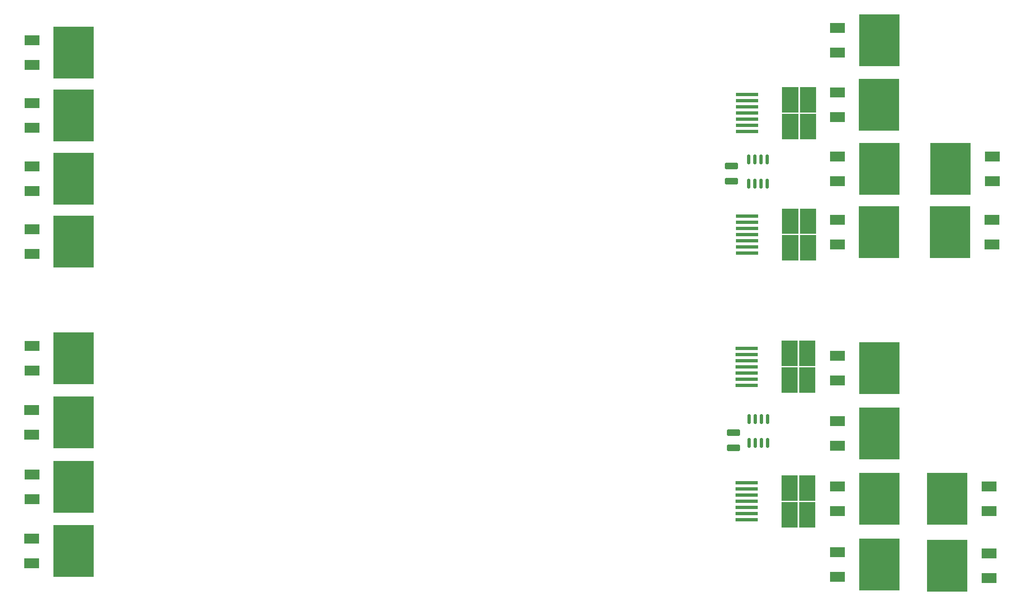
<source format=gbr>
%TF.GenerationSoftware,KiCad,Pcbnew,8.0.8-8.0.8-0~ubuntu22.04.1*%
%TF.CreationDate,2025-02-20T20:21:32-08:00*%
%TF.ProjectId,InverterBoostConverter,496e7665-7274-4657-9242-6f6f7374436f,rev?*%
%TF.SameCoordinates,Original*%
%TF.FileFunction,Paste,Bot*%
%TF.FilePolarity,Positive*%
%FSLAX46Y46*%
G04 Gerber Fmt 4.6, Leading zero omitted, Abs format (unit mm)*
G04 Created by KiCad (PCBNEW 8.0.8-8.0.8-0~ubuntu22.04.1) date 2025-02-20 20:21:32*
%MOMM*%
%LPD*%
G01*
G04 APERTURE LIST*
G04 Aperture macros list*
%AMRoundRect*
0 Rectangle with rounded corners*
0 $1 Rounding radius*
0 $2 $3 $4 $5 $6 $7 $8 $9 X,Y pos of 4 corners*
0 Add a 4 corners polygon primitive as box body*
4,1,4,$2,$3,$4,$5,$6,$7,$8,$9,$2,$3,0*
0 Add four circle primitives for the rounded corners*
1,1,$1+$1,$2,$3*
1,1,$1+$1,$4,$5*
1,1,$1+$1,$6,$7*
1,1,$1+$1,$8,$9*
0 Add four rect primitives between the rounded corners*
20,1,$1+$1,$2,$3,$4,$5,0*
20,1,$1+$1,$4,$5,$6,$7,0*
20,1,$1+$1,$6,$7,$8,$9,0*
20,1,$1+$1,$8,$9,$2,$3,0*%
G04 Aperture macros list end*
%ADD10C,0.000000*%
%ADD11R,3.050000X2.030000*%
%ADD12R,8.380000X10.660000*%
%ADD13RoundRect,0.150000X0.150000X-0.825000X0.150000X0.825000X-0.150000X0.825000X-0.150000X-0.825000X0*%
%ADD14R,4.600000X0.700000*%
%ADD15RoundRect,0.250000X-1.100000X0.412500X-1.100000X-0.412500X1.100000X-0.412500X1.100000X0.412500X0*%
G04 APERTURE END LIST*
D10*
%TO.C,Q1*%
G36*
X251195000Y-116350000D02*
G01*
X247845000Y-116350000D01*
X247845000Y-111150000D01*
X251195000Y-111150000D01*
X251195000Y-116350000D01*
G37*
G36*
X251195000Y-121850000D02*
G01*
X247845000Y-121850000D01*
X247845000Y-116650000D01*
X251195000Y-116650000D01*
X251195000Y-121850000D01*
G37*
G36*
X254845000Y-116350000D02*
G01*
X251495000Y-116350000D01*
X251495000Y-111150000D01*
X254845000Y-111150000D01*
X254845000Y-116350000D01*
G37*
G36*
X254845000Y-121850000D02*
G01*
X251495000Y-121850000D01*
X251495000Y-116650000D01*
X254845000Y-116650000D01*
X254845000Y-121850000D01*
G37*
%TO.C,Q4*%
G36*
X251195000Y-88600000D02*
G01*
X247845000Y-88600000D01*
X247845000Y-83400000D01*
X251195000Y-83400000D01*
X251195000Y-88600000D01*
G37*
G36*
X251195000Y-94100000D02*
G01*
X247845000Y-94100000D01*
X247845000Y-88900000D01*
X251195000Y-88900000D01*
X251195000Y-94100000D01*
G37*
G36*
X254845000Y-88600000D02*
G01*
X251495000Y-88600000D01*
X251495000Y-83400000D01*
X254845000Y-83400000D01*
X254845000Y-88600000D01*
G37*
G36*
X254845000Y-94100000D02*
G01*
X251495000Y-94100000D01*
X251495000Y-88900000D01*
X254845000Y-88900000D01*
X254845000Y-94100000D01*
G37*
%TO.C,Q2*%
G36*
X251345000Y-36350000D02*
G01*
X247995000Y-36350000D01*
X247995000Y-31150000D01*
X251345000Y-31150000D01*
X251345000Y-36350000D01*
G37*
G36*
X251345000Y-41850000D02*
G01*
X247995000Y-41850000D01*
X247995000Y-36650000D01*
X251345000Y-36650000D01*
X251345000Y-41850000D01*
G37*
G36*
X254995000Y-36350000D02*
G01*
X251645000Y-36350000D01*
X251645000Y-31150000D01*
X254995000Y-31150000D01*
X254995000Y-36350000D01*
G37*
G36*
X254995000Y-41850000D02*
G01*
X251645000Y-41850000D01*
X251645000Y-36650000D01*
X254995000Y-36650000D01*
X254995000Y-41850000D01*
G37*
%TO.C,Q5*%
G36*
X251345000Y-61350000D02*
G01*
X247995000Y-61350000D01*
X247995000Y-56150000D01*
X251345000Y-56150000D01*
X251345000Y-61350000D01*
G37*
G36*
X251345000Y-66850000D02*
G01*
X247995000Y-66850000D01*
X247995000Y-61650000D01*
X251345000Y-61650000D01*
X251345000Y-66850000D01*
G37*
G36*
X254995000Y-61350000D02*
G01*
X251645000Y-61350000D01*
X251645000Y-56150000D01*
X254995000Y-56150000D01*
X254995000Y-61350000D01*
G37*
G36*
X254995000Y-66850000D02*
G01*
X251645000Y-66850000D01*
X251645000Y-61650000D01*
X254995000Y-61650000D01*
X254995000Y-66850000D01*
G37*
%TD*%
D11*
%TO.C,D12*%
X93411280Y-65540000D03*
X93411280Y-60460000D03*
D12*
X102027280Y-63000000D03*
%TD*%
D11*
%TO.C,D2*%
X93411280Y-116040000D03*
X93411280Y-110960000D03*
D12*
X102027280Y-113500000D03*
%TD*%
D11*
%TO.C,D1*%
X93384000Y-129290000D03*
X93384000Y-124210000D03*
D12*
X102000000Y-126750000D03*
%TD*%
D13*
%TO.C,U5*%
X245000000Y-104475000D03*
X243730000Y-104475000D03*
X242460000Y-104475000D03*
X241190000Y-104475000D03*
X241190000Y-99525000D03*
X242460000Y-99525000D03*
X243730000Y-99525000D03*
X245000000Y-99525000D03*
%TD*%
D14*
%TO.C,Q1*%
X240650000Y-120310000D03*
X240650000Y-119040000D03*
X240650000Y-117770000D03*
X240650000Y-116500000D03*
X240650000Y-115230000D03*
X240650000Y-113960000D03*
X240650000Y-112690000D03*
%TD*%
D11*
%TO.C,D17*%
X259384000Y-50500000D03*
X259384000Y-45420000D03*
D12*
X268000000Y-47960000D03*
%TD*%
D11*
%TO.C,D4*%
X93411280Y-39540000D03*
X93411280Y-34460000D03*
D12*
X102027280Y-37000000D03*
%TD*%
D11*
%TO.C,D19*%
X93411280Y-89540000D03*
X93411280Y-84460000D03*
D12*
X102027280Y-87000000D03*
%TD*%
D15*
%TO.C,C5*%
X237500000Y-47375000D03*
X237500000Y-50500000D03*
%TD*%
D11*
%TO.C,D13*%
X259352000Y-63540000D03*
X259352000Y-58460000D03*
D12*
X267968000Y-61000000D03*
%TD*%
D11*
%TO.C,D14*%
X291226000Y-58460000D03*
X291226000Y-63540000D03*
D12*
X282610000Y-61000000D03*
%TD*%
D14*
%TO.C,Q4*%
X240650000Y-92560000D03*
X240650000Y-91290000D03*
X240650000Y-90020000D03*
X240650000Y-88750000D03*
X240650000Y-87480000D03*
X240650000Y-86210000D03*
X240650000Y-84940000D03*
%TD*%
D15*
%TO.C,C4*%
X238000000Y-102375000D03*
X238000000Y-105500000D03*
%TD*%
D11*
%TO.C,D7*%
X259384000Y-132040000D03*
X259384000Y-126960000D03*
D12*
X268000000Y-129500000D03*
%TD*%
D11*
%TO.C,D9*%
X259384000Y-105040000D03*
X259384000Y-99960000D03*
D12*
X268000000Y-102500000D03*
%TD*%
D11*
%TO.C,D3*%
X93411280Y-26540000D03*
X93411280Y-21460000D03*
D12*
X102027280Y-24000000D03*
%TD*%
D11*
%TO.C,D16*%
X259384000Y-24040000D03*
X259384000Y-18960000D03*
D12*
X268000000Y-21500000D03*
%TD*%
D14*
%TO.C,Q2*%
X240800000Y-40310000D03*
X240800000Y-39040000D03*
X240800000Y-37770000D03*
X240800000Y-36500000D03*
X240800000Y-35230000D03*
X240800000Y-33960000D03*
X240800000Y-32690000D03*
%TD*%
D11*
%TO.C,D8*%
X259384000Y-91615000D03*
X259384000Y-86535000D03*
D12*
X268000000Y-89075000D03*
%TD*%
D13*
%TO.C,U4*%
X244905000Y-51000000D03*
X243635000Y-51000000D03*
X242365000Y-51000000D03*
X241095000Y-51000000D03*
X241095000Y-46050000D03*
X242365000Y-46050000D03*
X243635000Y-46050000D03*
X244905000Y-46050000D03*
%TD*%
D11*
%TO.C,D5*%
X290616000Y-127220000D03*
X290616000Y-132300000D03*
D12*
X282000000Y-129760000D03*
%TD*%
D11*
%TO.C,D18*%
X93384000Y-102790000D03*
X93384000Y-97710000D03*
D12*
X102000000Y-100250000D03*
%TD*%
D11*
%TO.C,D20*%
X259352000Y-37290000D03*
X259352000Y-32210000D03*
D12*
X267968000Y-34750000D03*
%TD*%
D11*
%TO.C,D10*%
X259384000Y-118540000D03*
X259384000Y-113460000D03*
D12*
X268000000Y-116000000D03*
%TD*%
D11*
%TO.C,D6*%
X290616000Y-113460000D03*
X290616000Y-118540000D03*
D12*
X282000000Y-116000000D03*
%TD*%
D11*
%TO.C,D11*%
X93411280Y-52540000D03*
X93411280Y-47460000D03*
D12*
X102027280Y-50000000D03*
%TD*%
D11*
%TO.C,D15*%
X291276000Y-45460000D03*
X291276000Y-50540000D03*
D12*
X282660000Y-48000000D03*
%TD*%
D14*
%TO.C,Q5*%
X240800000Y-65310000D03*
X240800000Y-64040000D03*
X240800000Y-62770000D03*
X240800000Y-61500000D03*
X240800000Y-60230000D03*
X240800000Y-58960000D03*
X240800000Y-57690000D03*
%TD*%
M02*

</source>
